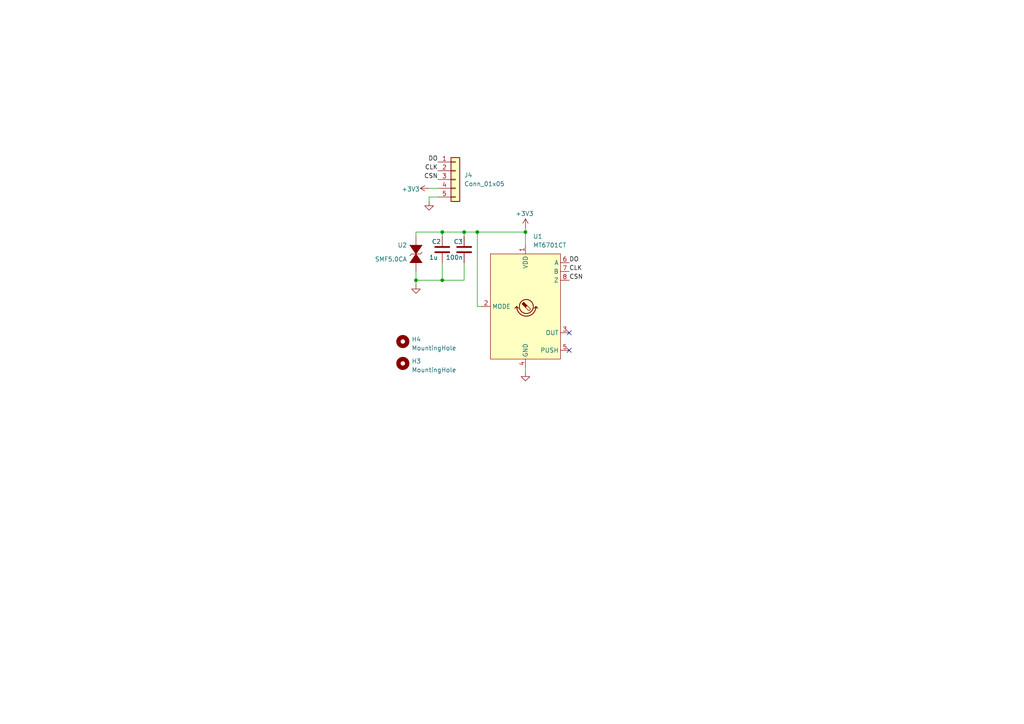
<source format=kicad_sch>
(kicad_sch
	(version 20231120)
	(generator "eeschema")
	(generator_version "8.0")
	(uuid "cbf7aacc-9925-4e73-a094-13fc31cc8a91")
	(paper "A4")
	(lib_symbols
		(symbol "Connector_Generic:Conn_01x05"
			(pin_names
				(offset 1.016) hide)
			(exclude_from_sim no)
			(in_bom yes)
			(on_board yes)
			(property "Reference" "J"
				(at 0 7.62 0)
				(effects
					(font
						(size 1.27 1.27)
					)
				)
			)
			(property "Value" "Conn_01x05"
				(at 0 -7.62 0)
				(effects
					(font
						(size 1.27 1.27)
					)
				)
			)
			(property "Footprint" ""
				(at 0 0 0)
				(effects
					(font
						(size 1.27 1.27)
					)
					(hide yes)
				)
			)
			(property "Datasheet" "~"
				(at 0 0 0)
				(effects
					(font
						(size 1.27 1.27)
					)
					(hide yes)
				)
			)
			(property "Description" "Generic connector, single row, 01x05, script generated (kicad-library-utils/schlib/autogen/connector/)"
				(at 0 0 0)
				(effects
					(font
						(size 1.27 1.27)
					)
					(hide yes)
				)
			)
			(property "ki_keywords" "connector"
				(at 0 0 0)
				(effects
					(font
						(size 1.27 1.27)
					)
					(hide yes)
				)
			)
			(property "ki_fp_filters" "Connector*:*_1x??_*"
				(at 0 0 0)
				(effects
					(font
						(size 1.27 1.27)
					)
					(hide yes)
				)
			)
			(symbol "Conn_01x05_1_1"
				(rectangle
					(start -1.27 -4.953)
					(end 0 -5.207)
					(stroke
						(width 0.1524)
						(type default)
					)
					(fill
						(type none)
					)
				)
				(rectangle
					(start -1.27 -2.413)
					(end 0 -2.667)
					(stroke
						(width 0.1524)
						(type default)
					)
					(fill
						(type none)
					)
				)
				(rectangle
					(start -1.27 0.127)
					(end 0 -0.127)
					(stroke
						(width 0.1524)
						(type default)
					)
					(fill
						(type none)
					)
				)
				(rectangle
					(start -1.27 2.667)
					(end 0 2.413)
					(stroke
						(width 0.1524)
						(type default)
					)
					(fill
						(type none)
					)
				)
				(rectangle
					(start -1.27 5.207)
					(end 0 4.953)
					(stroke
						(width 0.1524)
						(type default)
					)
					(fill
						(type none)
					)
				)
				(rectangle
					(start -1.27 6.35)
					(end 1.27 -6.35)
					(stroke
						(width 0.254)
						(type default)
					)
					(fill
						(type background)
					)
				)
				(pin passive line
					(at -5.08 5.08 0)
					(length 3.81)
					(name "Pin_1"
						(effects
							(font
								(size 1.27 1.27)
							)
						)
					)
					(number "1"
						(effects
							(font
								(size 1.27 1.27)
							)
						)
					)
				)
				(pin passive line
					(at -5.08 2.54 0)
					(length 3.81)
					(name "Pin_2"
						(effects
							(font
								(size 1.27 1.27)
							)
						)
					)
					(number "2"
						(effects
							(font
								(size 1.27 1.27)
							)
						)
					)
				)
				(pin passive line
					(at -5.08 0 0)
					(length 3.81)
					(name "Pin_3"
						(effects
							(font
								(size 1.27 1.27)
							)
						)
					)
					(number "3"
						(effects
							(font
								(size 1.27 1.27)
							)
						)
					)
				)
				(pin passive line
					(at -5.08 -2.54 0)
					(length 3.81)
					(name "Pin_4"
						(effects
							(font
								(size 1.27 1.27)
							)
						)
					)
					(number "4"
						(effects
							(font
								(size 1.27 1.27)
							)
						)
					)
				)
				(pin passive line
					(at -5.08 -5.08 0)
					(length 3.81)
					(name "Pin_5"
						(effects
							(font
								(size 1.27 1.27)
							)
						)
					)
					(number "5"
						(effects
							(font
								(size 1.27 1.27)
							)
						)
					)
				)
			)
		)
		(symbol "Device:C"
			(pin_numbers hide)
			(pin_names
				(offset 0.254)
			)
			(exclude_from_sim no)
			(in_bom yes)
			(on_board yes)
			(property "Reference" "C"
				(at 0.635 2.54 0)
				(effects
					(font
						(size 1.27 1.27)
					)
					(justify left)
				)
			)
			(property "Value" "C"
				(at 0.635 -2.54 0)
				(effects
					(font
						(size 1.27 1.27)
					)
					(justify left)
				)
			)
			(property "Footprint" ""
				(at 0.9652 -3.81 0)
				(effects
					(font
						(size 1.27 1.27)
					)
					(hide yes)
				)
			)
			(property "Datasheet" "~"
				(at 0 0 0)
				(effects
					(font
						(size 1.27 1.27)
					)
					(hide yes)
				)
			)
			(property "Description" "Unpolarized capacitor"
				(at 0 0 0)
				(effects
					(font
						(size 1.27 1.27)
					)
					(hide yes)
				)
			)
			(property "ki_keywords" "cap capacitor"
				(at 0 0 0)
				(effects
					(font
						(size 1.27 1.27)
					)
					(hide yes)
				)
			)
			(property "ki_fp_filters" "C_*"
				(at 0 0 0)
				(effects
					(font
						(size 1.27 1.27)
					)
					(hide yes)
				)
			)
			(symbol "C_0_1"
				(polyline
					(pts
						(xy -2.032 -0.762) (xy 2.032 -0.762)
					)
					(stroke
						(width 0.508)
						(type default)
					)
					(fill
						(type none)
					)
				)
				(polyline
					(pts
						(xy -2.032 0.762) (xy 2.032 0.762)
					)
					(stroke
						(width 0.508)
						(type default)
					)
					(fill
						(type none)
					)
				)
			)
			(symbol "C_1_1"
				(pin passive line
					(at 0 3.81 270)
					(length 2.794)
					(name "~"
						(effects
							(font
								(size 1.27 1.27)
							)
						)
					)
					(number "1"
						(effects
							(font
								(size 1.27 1.27)
							)
						)
					)
				)
				(pin passive line
					(at 0 -3.81 90)
					(length 2.794)
					(name "~"
						(effects
							(font
								(size 1.27 1.27)
							)
						)
					)
					(number "2"
						(effects
							(font
								(size 1.27 1.27)
							)
						)
					)
				)
			)
		)
		(symbol "Mechanical:MountingHole"
			(pin_names
				(offset 1.016)
			)
			(exclude_from_sim no)
			(in_bom yes)
			(on_board yes)
			(property "Reference" "H"
				(at 0 5.08 0)
				(effects
					(font
						(size 1.27 1.27)
					)
				)
			)
			(property "Value" "MountingHole"
				(at 0 3.175 0)
				(effects
					(font
						(size 1.27 1.27)
					)
				)
			)
			(property "Footprint" ""
				(at 0 0 0)
				(effects
					(font
						(size 1.27 1.27)
					)
					(hide yes)
				)
			)
			(property "Datasheet" "~"
				(at 0 0 0)
				(effects
					(font
						(size 1.27 1.27)
					)
					(hide yes)
				)
			)
			(property "Description" "Mounting Hole without connection"
				(at 0 0 0)
				(effects
					(font
						(size 1.27 1.27)
					)
					(hide yes)
				)
			)
			(property "ki_keywords" "mounting hole"
				(at 0 0 0)
				(effects
					(font
						(size 1.27 1.27)
					)
					(hide yes)
				)
			)
			(property "ki_fp_filters" "MountingHole*"
				(at 0 0 0)
				(effects
					(font
						(size 1.27 1.27)
					)
					(hide yes)
				)
			)
			(symbol "MountingHole_0_1"
				(circle
					(center 0 0)
					(radius 1.27)
					(stroke
						(width 1.27)
						(type default)
					)
					(fill
						(type none)
					)
				)
			)
		)
		(symbol "Sensor_Magnetic:MT6701CT"
			(exclude_from_sim no)
			(in_bom yes)
			(on_board yes)
			(property "Reference" "U"
				(at -9.6632 16.4397 0)
				(effects
					(font
						(size 1.27 1.27)
					)
				)
			)
			(property "Value" "MT6701CT"
				(at 5.5155 16.4397 0)
				(effects
					(font
						(size 1.27 1.27)
					)
				)
			)
			(property "Footprint" "Package_SO:SO-8_3.9x4.9mm_P1.27mm"
				(at 0 -30.48 0)
				(effects
					(font
						(size 1.27 1.27)
					)
					(hide yes)
				)
			)
			(property "Datasheet" "https://www.magntek.com.cn/upload/MT6701_Rev.1.5.pdf"
				(at 0 -33.02 0)
				(effects
					(font
						(size 1.27 1.27)
					)
					(hide yes)
				)
			)
			(property "Description" "Hall Based Angle Position Encoder Sensor, I2C, SSI, ABZ & UVW interfaces, 3.3..5V supply, SOIC-8"
				(at 0 0 0)
				(effects
					(font
						(size 1.27 1.27)
					)
					(hide yes)
				)
			)
			(property "ki_keywords" "sensor magnetic hall rotation"
				(at 0 0 0)
				(effects
					(font
						(size 1.27 1.27)
					)
					(hide yes)
				)
			)
			(property "ki_fp_filters" "SO*3.9x4.9mm*P1.27mm*"
				(at 0 0 0)
				(effects
					(font
						(size 1.27 1.27)
					)
					(hide yes)
				)
			)
			(symbol "MT6701CT_0_1"
				(arc
					(start -2.54 0)
					(mid 0.254 -2.7819)
					(end 3.048 0)
					(stroke
						(width 0.254)
						(type default)
					)
					(fill
						(type none)
					)
				)
				(polyline
					(pts
						(xy -2.54 0) (xy -3.048 -0.508)
					)
					(stroke
						(width 0.254)
						(type default)
					)
					(fill
						(type none)
					)
				)
				(polyline
					(pts
						(xy -2.54 0) (xy -2.032 -0.508)
					)
					(stroke
						(width 0.254)
						(type default)
					)
					(fill
						(type none)
					)
				)
				(polyline
					(pts
						(xy 3.048 0) (xy 2.54 -0.508)
					)
					(stroke
						(width 0.254)
						(type default)
					)
					(fill
						(type none)
					)
				)
				(polyline
					(pts
						(xy 3.048 0) (xy 3.556 -0.508)
					)
					(stroke
						(width 0.254)
						(type default)
					)
					(fill
						(type none)
					)
				)
			)
			(symbol "MT6701CT_1_1"
				(rectangle
					(start -10.16 15.24)
					(end 10.16 -15.24)
					(stroke
						(width 0)
						(type default)
					)
					(fill
						(type background)
					)
				)
				(polyline
					(pts
						(xy 0.508 0.254) (xy 1.524 -0.762) (xy 1.016 -1.27) (xy 0 -0.254)
					)
					(stroke
						(width 0)
						(type default)
					)
					(fill
						(type none)
					)
				)
				(polyline
					(pts
						(xy -0.508 1.27) (xy 0.508 0.254) (xy 0 -0.254) (xy -1.016 0.762) (xy -0.762 1.016) (xy -0.508 1.27)
						(xy -0.381 1.143)
					)
					(stroke
						(width 0)
						(type default)
					)
					(fill
						(type outline)
					)
				)
				(circle
					(center 0.254 0)
					(radius 2.032)
					(stroke
						(width 0.254)
						(type default)
					)
					(fill
						(type none)
					)
				)
				(pin power_in line
					(at 0 17.78 270)
					(length 2.54)
					(name "VDD"
						(effects
							(font
								(size 1.27 1.27)
							)
						)
					)
					(number "1"
						(effects
							(font
								(size 1.27 1.27)
							)
						)
					)
				)
				(pin input line
					(at -12.7 0 0)
					(length 2.54)
					(name "MODE"
						(effects
							(font
								(size 1.27 1.27)
							)
						)
					)
					(number "2"
						(effects
							(font
								(size 1.27 1.27)
							)
						)
					)
				)
				(pin output line
					(at 12.7 -7.62 180)
					(length 2.54)
					(name "OUT"
						(effects
							(font
								(size 1.27 1.27)
							)
						)
					)
					(number "3"
						(effects
							(font
								(size 1.27 1.27)
							)
						)
					)
				)
				(pin power_in line
					(at 0 -17.78 90)
					(length 2.54)
					(name "GND"
						(effects
							(font
								(size 1.27 1.27)
							)
						)
					)
					(number "4"
						(effects
							(font
								(size 1.27 1.27)
							)
						)
					)
				)
				(pin output line
					(at 12.7 -12.7 180)
					(length 2.54)
					(name "PUSH"
						(effects
							(font
								(size 1.27 1.27)
							)
						)
					)
					(number "5"
						(effects
							(font
								(size 1.27 1.27)
							)
						)
					)
				)
				(pin output line
					(at 12.7 12.7 180)
					(length 2.54)
					(name "A"
						(effects
							(font
								(size 1.27 1.27)
							)
						)
					)
					(number "6"
						(effects
							(font
								(size 1.27 1.27)
							)
						)
					)
					(alternate "DO" output line)
					(alternate "SDA" bidirectional line)
				)
				(pin output line
					(at 12.7 10.16 180)
					(length 2.54)
					(name "B"
						(effects
							(font
								(size 1.27 1.27)
							)
						)
					)
					(number "7"
						(effects
							(font
								(size 1.27 1.27)
							)
						)
					)
					(alternate "CLK" input line)
					(alternate "SCL" input line)
				)
				(pin output line
					(at 12.7 7.62 180)
					(length 2.54)
					(name "Z"
						(effects
							(font
								(size 1.27 1.27)
							)
						)
					)
					(number "8"
						(effects
							(font
								(size 1.27 1.27)
							)
						)
					)
					(alternate "~{CS}" input line)
				)
			)
		)
		(symbol "encoder:SMF5.0CA"
			(pin_numbers hide)
			(pin_names
				(offset 1.016) hide)
			(exclude_from_sim no)
			(in_bom yes)
			(on_board yes)
			(property "Reference" "U"
				(at 0 4.318 0)
				(effects
					(font
						(size 1.27 1.27)
					)
				)
			)
			(property "Value" "SMF5.0CA"
				(at 0 9.398 0)
				(effects
					(font
						(size 1.27 1.27)
					)
				)
			)
			(property "Footprint" "encoder:SMF5.0CA"
				(at 0 -0.762 0)
				(effects
					(font
						(size 1.27 1.27)
					)
					(hide yes)
				)
			)
			(property "Datasheet" ""
				(at 0 -5.842 0)
				(effects
					(font
						(size 1.27 1.27)
					)
					(hide yes)
				)
			)
			(property "Description" ""
				(at 0 -10.922 0)
				(effects
					(font
						(size 1.27 1.27)
					)
					(hide yes)
				)
			)
			(property "uuid" "std:db62b61ca1104c1db580444246ffa7b3"
				(at 0 -10.922 0)
				(effects
					(font
						(size 1.27 1.27)
					)
					(hide yes)
				)
			)
			(symbol "SMF5.0CA_1_1"
				(polyline
					(pts
						(xy -2.54 -1.778) (xy 0 0) (xy -2.54 1.778) (xy -2.54 -1.778)
					)
					(stroke
						(width 0.1524)
						(type solid)
					)
					(fill
						(type outline)
					)
				)
				(polyline
					(pts
						(xy -0.508 1.778) (xy 0 1.27) (xy 0 -1.27) (xy 0.508 -1.778)
					)
					(stroke
						(width 0.1524)
						(type solid)
					)
					(fill
						(type none)
					)
				)
				(polyline
					(pts
						(xy 2.54 1.778) (xy 0 0) (xy 2.54 -1.778) (xy 2.54 1.778)
					)
					(stroke
						(width 0.1524)
						(type solid)
					)
					(fill
						(type outline)
					)
				)
				(pin input line
					(at -5.08 0 0)
					(length 5.08)
					(name "1"
						(effects
							(font
								(size 1.27 1.27)
							)
						)
					)
					(number "1"
						(effects
							(font
								(size 1.27 1.27)
							)
						)
					)
				)
				(pin input line
					(at 5.08 0 180)
					(length 5.08)
					(name "2"
						(effects
							(font
								(size 1.27 1.27)
							)
						)
					)
					(number "2"
						(effects
							(font
								(size 1.27 1.27)
							)
						)
					)
				)
			)
		)
		(symbol "power:+3V3"
			(power)
			(pin_numbers hide)
			(pin_names
				(offset 0) hide)
			(exclude_from_sim no)
			(in_bom yes)
			(on_board yes)
			(property "Reference" "#PWR"
				(at 0 -3.81 0)
				(effects
					(font
						(size 1.27 1.27)
					)
					(hide yes)
				)
			)
			(property "Value" "+3V3"
				(at 0 3.556 0)
				(effects
					(font
						(size 1.27 1.27)
					)
				)
			)
			(property "Footprint" ""
				(at 0 0 0)
				(effects
					(font
						(size 1.27 1.27)
					)
					(hide yes)
				)
			)
			(property "Datasheet" ""
				(at 0 0 0)
				(effects
					(font
						(size 1.27 1.27)
					)
					(hide yes)
				)
			)
			(property "Description" "Power symbol creates a global label with name \"+3V3\""
				(at 0 0 0)
				(effects
					(font
						(size 1.27 1.27)
					)
					(hide yes)
				)
			)
			(property "ki_keywords" "global power"
				(at 0 0 0)
				(effects
					(font
						(size 1.27 1.27)
					)
					(hide yes)
				)
			)
			(symbol "+3V3_0_1"
				(polyline
					(pts
						(xy -0.762 1.27) (xy 0 2.54)
					)
					(stroke
						(width 0)
						(type default)
					)
					(fill
						(type none)
					)
				)
				(polyline
					(pts
						(xy 0 0) (xy 0 2.54)
					)
					(stroke
						(width 0)
						(type default)
					)
					(fill
						(type none)
					)
				)
				(polyline
					(pts
						(xy 0 2.54) (xy 0.762 1.27)
					)
					(stroke
						(width 0)
						(type default)
					)
					(fill
						(type none)
					)
				)
			)
			(symbol "+3V3_1_1"
				(pin power_in line
					(at 0 0 90)
					(length 0)
					(name "~"
						(effects
							(font
								(size 1.27 1.27)
							)
						)
					)
					(number "1"
						(effects
							(font
								(size 1.27 1.27)
							)
						)
					)
				)
			)
		)
		(symbol "power:GND"
			(power)
			(pin_names
				(offset 0)
			)
			(exclude_from_sim no)
			(in_bom yes)
			(on_board yes)
			(property "Reference" "#PWR"
				(at 0 -6.35 0)
				(effects
					(font
						(size 1.27 1.27)
					)
					(hide yes)
				)
			)
			(property "Value" "GND"
				(at 0 -3.81 0)
				(effects
					(font
						(size 1.27 1.27)
					)
				)
			)
			(property "Footprint" ""
				(at 0 0 0)
				(effects
					(font
						(size 1.27 1.27)
					)
					(hide yes)
				)
			)
			(property "Datasheet" ""
				(at 0 0 0)
				(effects
					(font
						(size 1.27 1.27)
					)
					(hide yes)
				)
			)
			(property "Description" "Power symbol creates a global label with name \"GND\" , ground"
				(at 0 0 0)
				(effects
					(font
						(size 1.27 1.27)
					)
					(hide yes)
				)
			)
			(property "ki_keywords" "global power"
				(at 0 0 0)
				(effects
					(font
						(size 1.27 1.27)
					)
					(hide yes)
				)
			)
			(symbol "GND_0_1"
				(polyline
					(pts
						(xy 0 0) (xy 0 -1.27) (xy 1.27 -1.27) (xy 0 -2.54) (xy -1.27 -1.27) (xy 0 -1.27)
					)
					(stroke
						(width 0)
						(type default)
					)
					(fill
						(type none)
					)
				)
			)
			(symbol "GND_1_1"
				(pin power_in line
					(at 0 0 270)
					(length 0) hide
					(name "GND"
						(effects
							(font
								(size 1.27 1.27)
							)
						)
					)
					(number "1"
						(effects
							(font
								(size 1.27 1.27)
							)
						)
					)
				)
			)
		)
	)
	(junction
		(at 134.62 67.31)
		(diameter 0)
		(color 0 0 0 0)
		(uuid "65579af3-fce5-47b9-b620-ddf05b701219")
	)
	(junction
		(at 120.65 81.28)
		(diameter 0)
		(color 0 0 0 0)
		(uuid "865f4451-c8ff-478f-8e14-48eec667d0bd")
	)
	(junction
		(at 152.4 67.31)
		(diameter 0)
		(color 0 0 0 0)
		(uuid "9580ff2b-61e1-45c6-b3ee-4b2d8ecf6cb6")
	)
	(junction
		(at 138.43 67.31)
		(diameter 0)
		(color 0 0 0 0)
		(uuid "ba6dd276-318f-4390-9e43-71e8d9d834a6")
	)
	(junction
		(at 128.27 67.31)
		(diameter 0)
		(color 0 0 0 0)
		(uuid "d2f9fbdb-30cf-4b81-9dad-81f3ff0afd95")
	)
	(junction
		(at 128.27 81.28)
		(diameter 0)
		(color 0 0 0 0)
		(uuid "e6c44d61-3113-4059-bf9e-a52aed78b398")
	)
	(no_connect
		(at 165.1 96.52)
		(uuid "61e64ca3-cb24-4d2d-bdcc-aef710a2c318")
	)
	(no_connect
		(at 165.1 101.6)
		(uuid "9d9cb95c-a306-45e2-8ce3-d9ea79a3be92")
	)
	(wire
		(pts
			(xy 134.62 67.31) (xy 134.62 68.58)
		)
		(stroke
			(width 0)
			(type default)
		)
		(uuid "066f5756-0114-42ad-b186-eb8f3065b386")
	)
	(wire
		(pts
			(xy 120.65 81.28) (xy 128.27 81.28)
		)
		(stroke
			(width 0)
			(type default)
		)
		(uuid "0c1298b8-86fa-45a9-852b-47001b059245")
	)
	(wire
		(pts
			(xy 120.65 81.28) (xy 120.65 82.55)
		)
		(stroke
			(width 0)
			(type default)
		)
		(uuid "11c32e01-881e-4d02-a06e-0ef07a4a6c9f")
	)
	(wire
		(pts
			(xy 134.62 76.2) (xy 134.62 81.28)
		)
		(stroke
			(width 0)
			(type default)
		)
		(uuid "1574d275-3cb3-4888-8f26-e8df4d9fc834")
	)
	(wire
		(pts
			(xy 120.65 78.74) (xy 120.65 81.28)
		)
		(stroke
			(width 0)
			(type default)
		)
		(uuid "31f4eb16-829e-4ab9-94d3-7fa0b16e01af")
	)
	(wire
		(pts
			(xy 128.27 67.31) (xy 134.62 67.31)
		)
		(stroke
			(width 0)
			(type default)
		)
		(uuid "59accbdc-b15a-468d-a5ba-1d8884597e31")
	)
	(wire
		(pts
			(xy 138.43 67.31) (xy 152.4 67.31)
		)
		(stroke
			(width 0)
			(type default)
		)
		(uuid "5c2e92e8-80fc-4124-92bb-af91fe1b85a8")
	)
	(wire
		(pts
			(xy 134.62 67.31) (xy 138.43 67.31)
		)
		(stroke
			(width 0)
			(type default)
		)
		(uuid "61b19397-9fde-498a-ad59-af6b27a6148d")
	)
	(wire
		(pts
			(xy 128.27 67.31) (xy 128.27 68.58)
		)
		(stroke
			(width 0)
			(type default)
		)
		(uuid "7f74e355-1429-4b54-b3a8-50160cb1432a")
	)
	(wire
		(pts
			(xy 128.27 81.28) (xy 128.27 76.2)
		)
		(stroke
			(width 0)
			(type default)
		)
		(uuid "821387f7-7b01-4cb4-82e2-12e5e7d859b0")
	)
	(wire
		(pts
			(xy 128.27 67.31) (xy 120.65 67.31)
		)
		(stroke
			(width 0)
			(type default)
		)
		(uuid "8b353dfa-8233-4439-8d1c-08138c76ac3a")
	)
	(wire
		(pts
			(xy 152.4 67.31) (xy 152.4 71.12)
		)
		(stroke
			(width 0)
			(type default)
		)
		(uuid "8ba4e848-4b75-4170-85ba-c5cf152f36cf")
	)
	(wire
		(pts
			(xy 120.65 67.31) (xy 120.65 68.58)
		)
		(stroke
			(width 0)
			(type default)
		)
		(uuid "9859997d-00ac-4e36-bb9f-744fa878545d")
	)
	(wire
		(pts
			(xy 138.43 67.31) (xy 138.43 88.9)
		)
		(stroke
			(width 0)
			(type default)
		)
		(uuid "b1673b99-de22-4a49-90ca-d3083f124e23")
	)
	(wire
		(pts
			(xy 124.46 54.61) (xy 127 54.61)
		)
		(stroke
			(width 0)
			(type default)
		)
		(uuid "c45682cc-8091-40a2-8d0b-38d65dd279d0")
	)
	(wire
		(pts
			(xy 124.46 57.15) (xy 124.46 58.42)
		)
		(stroke
			(width 0)
			(type default)
		)
		(uuid "ce1bee82-f40f-4709-884d-9e1e48e98e6c")
	)
	(wire
		(pts
			(xy 152.4 106.68) (xy 152.4 107.95)
		)
		(stroke
			(width 0)
			(type default)
		)
		(uuid "cf326d9b-b1e4-4db6-8657-2c742e41617e")
	)
	(wire
		(pts
			(xy 138.43 88.9) (xy 139.7 88.9)
		)
		(stroke
			(width 0)
			(type default)
		)
		(uuid "e413f36f-02c2-468f-aec7-9ceb0c4c6209")
	)
	(wire
		(pts
			(xy 152.4 66.04) (xy 152.4 67.31)
		)
		(stroke
			(width 0)
			(type default)
		)
		(uuid "ea4efb45-bdde-4c75-8c44-f8be5609d0fc")
	)
	(wire
		(pts
			(xy 134.62 81.28) (xy 128.27 81.28)
		)
		(stroke
			(width 0)
			(type default)
		)
		(uuid "f65b3c57-4b47-4fe2-b4e8-e79c2f256436")
	)
	(wire
		(pts
			(xy 124.46 57.15) (xy 127 57.15)
		)
		(stroke
			(width 0)
			(type default)
		)
		(uuid "f8d05504-1ff1-4764-b10e-a36b9643a4cb")
	)
	(label "CLK"
		(at 127 49.53 180)
		(fields_autoplaced yes)
		(effects
			(font
				(size 1.27 1.27)
			)
			(justify right bottom)
		)
		(uuid "1fb1c0b5-eaa7-441e-8a51-c57ecb7efb1c")
	)
	(label "CSN"
		(at 165.1 81.28 0)
		(fields_autoplaced yes)
		(effects
			(font
				(size 1.27 1.27)
			)
			(justify left bottom)
		)
		(uuid "66f595a7-b7fe-40f3-8df1-447ade882d8e")
	)
	(label "DO"
		(at 165.1 76.2 0)
		(fields_autoplaced yes)
		(effects
			(font
				(size 1.27 1.27)
			)
			(justify left bottom)
		)
		(uuid "6932c6d8-7ca0-4859-8105-d7e77ecdb606")
	)
	(label "CLK"
		(at 165.1 78.74 0)
		(fields_autoplaced yes)
		(effects
			(font
				(size 1.27 1.27)
			)
			(justify left bottom)
		)
		(uuid "8772e299-f280-4621-be56-c082d4ebbf78")
	)
	(label "CSN"
		(at 127 52.07 180)
		(fields_autoplaced yes)
		(effects
			(font
				(size 1.27 1.27)
			)
			(justify right bottom)
		)
		(uuid "e7ce8e3b-ef10-4803-9295-980c9a5d82cc")
	)
	(label "DO"
		(at 127 46.99 180)
		(fields_autoplaced yes)
		(effects
			(font
				(size 1.27 1.27)
			)
			(justify right bottom)
		)
		(uuid "f3c0e0cb-8f8e-4eec-8d37-f0f0419e4d47")
	)
	(symbol
		(lib_id "Connector_Generic:Conn_01x05")
		(at 132.08 52.07 0)
		(unit 1)
		(exclude_from_sim no)
		(in_bom yes)
		(on_board yes)
		(dnp no)
		(fields_autoplaced yes)
		(uuid "3c53a2f0-b055-45a5-81a5-084973575367")
		(property "Reference" "J4"
			(at 134.62 50.7999 0)
			(effects
				(font
					(size 1.27 1.27)
				)
				(justify left)
			)
		)
		(property "Value" "Conn_01x05"
			(at 134.62 53.3399 0)
			(effects
				(font
					(size 1.27 1.27)
				)
				(justify left)
			)
		)
		(property "Footprint" "Connector_PinSocket_2.54mm:PinSocket_1x05_P2.54mm_Vertical"
			(at 132.08 52.07 0)
			(effects
				(font
					(size 1.27 1.27)
				)
				(hide yes)
			)
		)
		(property "Datasheet" "~"
			(at 132.08 52.07 0)
			(effects
				(font
					(size 1.27 1.27)
				)
				(hide yes)
			)
		)
		(property "Description" "Generic connector, single row, 01x05, script generated (kicad-library-utils/schlib/autogen/connector/)"
			(at 132.08 52.07 0)
			(effects
				(font
					(size 1.27 1.27)
				)
				(hide yes)
			)
		)
		(pin "4"
			(uuid "ca61e6cc-dba1-4965-9235-f7686f42dce5")
		)
		(pin "2"
			(uuid "cae72b49-2f77-476b-b512-6fd7d1424b9b")
		)
		(pin "5"
			(uuid "9de4f3d6-1d75-4383-9ae5-b604b6994a46")
		)
		(pin "1"
			(uuid "99e5c7c0-e77f-44fc-897d-7cad20b6045c")
		)
		(pin "3"
			(uuid "f18692da-7491-4262-aeab-d6773a55fa62")
		)
		(instances
			(project "encoder"
				(path "/cbf7aacc-9925-4e73-a094-13fc31cc8a91"
					(reference "J4")
					(unit 1)
				)
			)
		)
	)
	(symbol
		(lib_id "encoder:SMF5.0CA")
		(at 120.65 73.66 270)
		(unit 1)
		(exclude_from_sim no)
		(in_bom yes)
		(on_board yes)
		(dnp no)
		(uuid "46bacfa8-784d-4ed7-8b30-e03be37ed47c")
		(property "Reference" "U2"
			(at 115.316 71.12 90)
			(effects
				(font
					(size 1.27 1.27)
				)
				(justify left)
			)
		)
		(property "Value" "SMF5.0CA"
			(at 108.712 75.184 90)
			(effects
				(font
					(size 1.27 1.27)
				)
				(justify left)
			)
		)
		(property "Footprint" "encoder:SMF5.0CA"
			(at 119.888 73.66 0)
			(effects
				(font
					(size 1.27 1.27)
				)
				(hide yes)
			)
		)
		(property "Datasheet" ""
			(at 114.808 73.66 0)
			(effects
				(font
					(size 1.27 1.27)
				)
				(hide yes)
			)
		)
		(property "Description" ""
			(at 109.728 73.66 0)
			(effects
				(font
					(size 1.27 1.27)
				)
				(hide yes)
			)
		)
		(property "uuid" "std:db62b61ca1104c1db580444246ffa7b3"
			(at 109.728 73.66 0)
			(effects
				(font
					(size 1.27 1.27)
				)
				(hide yes)
			)
		)
		(pin "2"
			(uuid "c45891f4-fa5c-49d4-94d0-1028b2fc3b68")
		)
		(pin "1"
			(uuid "d0069dec-06ac-4950-9cc3-1139f3463951")
		)
		(instances
			(project "encoder"
				(path "/cbf7aacc-9925-4e73-a094-13fc31cc8a91"
					(reference "U2")
					(unit 1)
				)
			)
		)
	)
	(symbol
		(lib_id "power:+3V3")
		(at 152.4 66.04 0)
		(unit 1)
		(exclude_from_sim no)
		(in_bom yes)
		(on_board yes)
		(dnp no)
		(uuid "47e70259-6c0e-43f0-9922-46774bfca17e")
		(property "Reference" "#PWR01"
			(at 152.4 69.85 0)
			(effects
				(font
					(size 1.27 1.27)
				)
				(hide yes)
			)
		)
		(property "Value" "+3V3"
			(at 152.146 61.976 0)
			(effects
				(font
					(size 1.27 1.27)
				)
			)
		)
		(property "Footprint" ""
			(at 152.4 66.04 0)
			(effects
				(font
					(size 1.27 1.27)
				)
				(hide yes)
			)
		)
		(property "Datasheet" ""
			(at 152.4 66.04 0)
			(effects
				(font
					(size 1.27 1.27)
				)
				(hide yes)
			)
		)
		(property "Description" "Power symbol creates a global label with name \"+3V3\""
			(at 152.4 66.04 0)
			(effects
				(font
					(size 1.27 1.27)
				)
				(hide yes)
			)
		)
		(pin "1"
			(uuid "3a72d691-2b64-476f-9d88-525083ca5fbb")
		)
		(instances
			(project "encoder"
				(path "/cbf7aacc-9925-4e73-a094-13fc31cc8a91"
					(reference "#PWR01")
					(unit 1)
				)
			)
		)
	)
	(symbol
		(lib_id "Mechanical:MountingHole")
		(at 116.84 105.41 0)
		(unit 1)
		(exclude_from_sim no)
		(in_bom yes)
		(on_board yes)
		(dnp no)
		(fields_autoplaced yes)
		(uuid "77e0ecf5-7a27-4f09-bad7-28227c1d50ef")
		(property "Reference" "H3"
			(at 119.38 104.775 0)
			(effects
				(font
					(size 1.27 1.27)
				)
				(justify left)
			)
		)
		(property "Value" "MountingHole"
			(at 119.38 107.315 0)
			(effects
				(font
					(size 1.27 1.27)
				)
				(justify left)
			)
		)
		(property "Footprint" "MountingHole:MountingHole_2.2mm_M2_Pad_Via"
			(at 116.84 105.41 0)
			(effects
				(font
					(size 1.27 1.27)
				)
				(hide yes)
			)
		)
		(property "Datasheet" "~"
			(at 116.84 105.41 0)
			(effects
				(font
					(size 1.27 1.27)
				)
				(hide yes)
			)
		)
		(property "Description" ""
			(at 116.84 105.41 0)
			(effects
				(font
					(size 1.27 1.27)
				)
				(hide yes)
			)
		)
		(instances
			(project "encoder"
				(path "/cbf7aacc-9925-4e73-a094-13fc31cc8a91"
					(reference "H3")
					(unit 1)
				)
			)
		)
	)
	(symbol
		(lib_id "Device:C")
		(at 128.27 72.39 0)
		(unit 1)
		(exclude_from_sim no)
		(in_bom yes)
		(on_board yes)
		(dnp no)
		(uuid "9fc8ee07-6624-4f61-8ab3-499fb43c1ef6")
		(property "Reference" "C2"
			(at 125.222 70.104 0)
			(effects
				(font
					(size 1.27 1.27)
				)
				(justify left)
			)
		)
		(property "Value" "1u"
			(at 124.46 74.676 0)
			(effects
				(font
					(size 1.27 1.27)
				)
				(justify left)
			)
		)
		(property "Footprint" "Capacitor_SMD:C_0603_1608Metric_Pad1.08x0.95mm_HandSolder"
			(at 129.2352 76.2 0)
			(effects
				(font
					(size 1.27 1.27)
				)
				(hide yes)
			)
		)
		(property "Datasheet" "~"
			(at 128.27 72.39 0)
			(effects
				(font
					(size 1.27 1.27)
				)
				(hide yes)
			)
		)
		(property "Description" "Unpolarized capacitor"
			(at 128.27 72.39 0)
			(effects
				(font
					(size 1.27 1.27)
				)
				(hide yes)
			)
		)
		(pin "2"
			(uuid "362c4769-e399-4dd5-8488-5ea9b783d75e")
		)
		(pin "1"
			(uuid "05a2dc83-a87e-400d-b614-b11fe57d39d9")
		)
		(instances
			(project "encoder"
				(path "/cbf7aacc-9925-4e73-a094-13fc31cc8a91"
					(reference "C2")
					(unit 1)
				)
			)
		)
	)
	(symbol
		(lib_id "Device:C")
		(at 134.62 72.39 0)
		(unit 1)
		(exclude_from_sim no)
		(in_bom yes)
		(on_board yes)
		(dnp no)
		(uuid "a7afe851-5e6a-4cfb-8f9c-a97cae2ad816")
		(property "Reference" "C3"
			(at 131.572 70.104 0)
			(effects
				(font
					(size 1.27 1.27)
				)
				(justify left)
			)
		)
		(property "Value" "100n"
			(at 129.286 74.676 0)
			(effects
				(font
					(size 1.27 1.27)
				)
				(justify left)
			)
		)
		(property "Footprint" "Capacitor_SMD:C_0603_1608Metric_Pad1.08x0.95mm_HandSolder"
			(at 135.5852 76.2 0)
			(effects
				(font
					(size 1.27 1.27)
				)
				(hide yes)
			)
		)
		(property "Datasheet" "~"
			(at 134.62 72.39 0)
			(effects
				(font
					(size 1.27 1.27)
				)
				(hide yes)
			)
		)
		(property "Description" "Unpolarized capacitor"
			(at 134.62 72.39 0)
			(effects
				(font
					(size 1.27 1.27)
				)
				(hide yes)
			)
		)
		(pin "2"
			(uuid "70ed3f9a-612a-4e1e-af5b-d397dc9ae659")
		)
		(pin "1"
			(uuid "198b6acc-52d8-464e-9761-c2077ff2218b")
		)
		(instances
			(project "encoder"
				(path "/cbf7aacc-9925-4e73-a094-13fc31cc8a91"
					(reference "C3")
					(unit 1)
				)
			)
		)
	)
	(symbol
		(lib_id "power:GND")
		(at 120.65 82.55 0)
		(unit 1)
		(exclude_from_sim no)
		(in_bom yes)
		(on_board yes)
		(dnp no)
		(uuid "aca0271c-b536-4d53-a70c-fb0f1a73a7db")
		(property "Reference" "#PWR04"
			(at 120.65 88.9 0)
			(effects
				(font
					(size 1.27 1.27)
				)
				(hide yes)
			)
		)
		(property "Value" "GND"
			(at 124.46 83.82 0)
			(effects
				(font
					(size 1.27 1.27)
				)
				(hide yes)
			)
		)
		(property "Footprint" ""
			(at 120.65 82.55 0)
			(effects
				(font
					(size 1.27 1.27)
				)
				(hide yes)
			)
		)
		(property "Datasheet" ""
			(at 120.65 82.55 0)
			(effects
				(font
					(size 1.27 1.27)
				)
				(hide yes)
			)
		)
		(property "Description" ""
			(at 120.65 82.55 0)
			(effects
				(font
					(size 1.27 1.27)
				)
				(hide yes)
			)
		)
		(pin "1"
			(uuid "104863ff-9599-43c9-b9ed-74db09b0ae9d")
		)
		(instances
			(project "encoder"
				(path "/cbf7aacc-9925-4e73-a094-13fc31cc8a91"
					(reference "#PWR04")
					(unit 1)
				)
			)
		)
	)
	(symbol
		(lib_id "Mechanical:MountingHole")
		(at 116.84 99.06 0)
		(unit 1)
		(exclude_from_sim no)
		(in_bom yes)
		(on_board yes)
		(dnp no)
		(fields_autoplaced yes)
		(uuid "b325f4a8-d2e2-4db3-a8c6-e3e150cc6e33")
		(property "Reference" "H4"
			(at 119.38 98.425 0)
			(effects
				(font
					(size 1.27 1.27)
				)
				(justify left)
			)
		)
		(property "Value" "MountingHole"
			(at 119.38 100.965 0)
			(effects
				(font
					(size 1.27 1.27)
				)
				(justify left)
			)
		)
		(property "Footprint" "MountingHole:MountingHole_2.2mm_M2_Pad_Via"
			(at 116.84 99.06 0)
			(effects
				(font
					(size 1.27 1.27)
				)
				(hide yes)
			)
		)
		(property "Datasheet" "~"
			(at 116.84 99.06 0)
			(effects
				(font
					(size 1.27 1.27)
				)
				(hide yes)
			)
		)
		(property "Description" ""
			(at 116.84 99.06 0)
			(effects
				(font
					(size 1.27 1.27)
				)
				(hide yes)
			)
		)
		(instances
			(project "encoder"
				(path "/cbf7aacc-9925-4e73-a094-13fc31cc8a91"
					(reference "H4")
					(unit 1)
				)
			)
		)
	)
	(symbol
		(lib_id "power:+3V3")
		(at 124.46 54.61 90)
		(unit 1)
		(exclude_from_sim no)
		(in_bom yes)
		(on_board yes)
		(dnp no)
		(uuid "ba636b93-d227-476e-b942-f3c2157c6ddf")
		(property "Reference" "#PWR05"
			(at 128.27 54.61 0)
			(effects
				(font
					(size 1.27 1.27)
				)
				(hide yes)
			)
		)
		(property "Value" "+3V3"
			(at 119.126 54.864 90)
			(effects
				(font
					(size 1.27 1.27)
				)
			)
		)
		(property "Footprint" ""
			(at 124.46 54.61 0)
			(effects
				(font
					(size 1.27 1.27)
				)
				(hide yes)
			)
		)
		(property "Datasheet" ""
			(at 124.46 54.61 0)
			(effects
				(font
					(size 1.27 1.27)
				)
				(hide yes)
			)
		)
		(property "Description" "Power symbol creates a global label with name \"+3V3\""
			(at 124.46 54.61 0)
			(effects
				(font
					(size 1.27 1.27)
				)
				(hide yes)
			)
		)
		(pin "1"
			(uuid "38a4e7da-b3e8-4110-96ba-520ef7abafc1")
		)
		(instances
			(project "encoder"
				(path "/cbf7aacc-9925-4e73-a094-13fc31cc8a91"
					(reference "#PWR05")
					(unit 1)
				)
			)
		)
	)
	(symbol
		(lib_id "power:GND")
		(at 152.4 107.95 0)
		(unit 1)
		(exclude_from_sim no)
		(in_bom yes)
		(on_board yes)
		(dnp no)
		(uuid "d2d9b335-0bec-4543-a8b4-d8de6ff78cee")
		(property "Reference" "#PWR07"
			(at 152.4 114.3 0)
			(effects
				(font
					(size 1.27 1.27)
				)
				(hide yes)
			)
		)
		(property "Value" "GND"
			(at 156.21 109.22 0)
			(effects
				(font
					(size 1.27 1.27)
				)
				(hide yes)
			)
		)
		(property "Footprint" ""
			(at 152.4 107.95 0)
			(effects
				(font
					(size 1.27 1.27)
				)
				(hide yes)
			)
		)
		(property "Datasheet" ""
			(at 152.4 107.95 0)
			(effects
				(font
					(size 1.27 1.27)
				)
				(hide yes)
			)
		)
		(property "Description" ""
			(at 152.4 107.95 0)
			(effects
				(font
					(size 1.27 1.27)
				)
				(hide yes)
			)
		)
		(pin "1"
			(uuid "fe4ea804-c5da-435b-a5d5-cad9c62c6e08")
		)
		(instances
			(project "encoder"
				(path "/cbf7aacc-9925-4e73-a094-13fc31cc8a91"
					(reference "#PWR07")
					(unit 1)
				)
			)
		)
	)
	(symbol
		(lib_id "Sensor_Magnetic:MT6701CT")
		(at 152.4 88.9 0)
		(unit 1)
		(exclude_from_sim no)
		(in_bom yes)
		(on_board yes)
		(dnp no)
		(fields_autoplaced yes)
		(uuid "d75dc36d-7c83-409e-8c8f-e94907a12a9c")
		(property "Reference" "U1"
			(at 154.5941 68.58 0)
			(effects
				(font
					(size 1.27 1.27)
				)
				(justify left)
			)
		)
		(property "Value" "MT6701CT"
			(at 154.5941 71.12 0)
			(effects
				(font
					(size 1.27 1.27)
				)
				(justify left)
			)
		)
		(property "Footprint" "Package_SO:SO-8_3.9x4.9mm_P1.27mm"
			(at 152.4 119.38 0)
			(effects
				(font
					(size 1.27 1.27)
				)
				(hide yes)
			)
		)
		(property "Datasheet" "https://www.magntek.com.cn/upload/MT6701_Rev.1.5.pdf"
			(at 152.4 121.92 0)
			(effects
				(font
					(size 1.27 1.27)
				)
				(hide yes)
			)
		)
		(property "Description" "Hall Based Angle Position Encoder Sensor, I2C, SSI, ABZ & UVW interfaces, 3.3..5V supply, SOIC-8"
			(at 152.4 88.9 0)
			(effects
				(font
					(size 1.27 1.27)
				)
				(hide yes)
			)
		)
		(pin "1"
			(uuid "c35665c6-d100-46c2-9830-b705a0d40cd3")
		)
		(pin "2"
			(uuid "f63ae6e4-0c4b-458e-9c55-dd2644be8f93")
		)
		(pin "3"
			(uuid "c3058879-0a73-4fb1-88f3-b9e21e3fe55e")
		)
		(pin "4"
			(uuid "177cdc8c-0f7e-4119-9063-f74fc6bcd3ec")
		)
		(pin "5"
			(uuid "1460dcbb-e119-4f99-a024-27617678c3ab")
		)
		(pin "6"
			(uuid "699d9c65-412f-473c-ac84-2d3fe5d63e88")
		)
		(pin "8"
			(uuid "fad13e91-0eff-4249-bd0d-c69df02b52b1")
		)
		(pin "7"
			(uuid "39c06ffe-6c68-4db5-a84b-8e69fb410772")
		)
		(instances
			(project "encoder"
				(path "/cbf7aacc-9925-4e73-a094-13fc31cc8a91"
					(reference "U1")
					(unit 1)
				)
			)
		)
	)
	(symbol
		(lib_id "power:GND")
		(at 124.46 58.42 0)
		(unit 1)
		(exclude_from_sim no)
		(in_bom yes)
		(on_board yes)
		(dnp no)
		(uuid "fc12b148-a17d-4da5-9b68-110541584ec7")
		(property "Reference" "#PWR06"
			(at 124.46 64.77 0)
			(effects
				(font
					(size 1.27 1.27)
				)
				(hide yes)
			)
		)
		(property "Value" "GND"
			(at 128.27 59.69 0)
			(effects
				(font
					(size 1.27 1.27)
				)
				(hide yes)
			)
		)
		(property "Footprint" ""
			(at 124.46 58.42 0)
			(effects
				(font
					(size 1.27 1.27)
				)
				(hide yes)
			)
		)
		(property "Datasheet" ""
			(at 124.46 58.42 0)
			(effects
				(font
					(size 1.27 1.27)
				)
				(hide yes)
			)
		)
		(property "Description" ""
			(at 124.46 58.42 0)
			(effects
				(font
					(size 1.27 1.27)
				)
				(hide yes)
			)
		)
		(pin "1"
			(uuid "eb9e41ad-72c7-4e59-8df8-178094a9a964")
		)
		(instances
			(project "encoder"
				(path "/cbf7aacc-9925-4e73-a094-13fc31cc8a91"
					(reference "#PWR06")
					(unit 1)
				)
			)
		)
	)
	(sheet_instances
		(path "/"
			(page "1")
		)
	)
)
</source>
